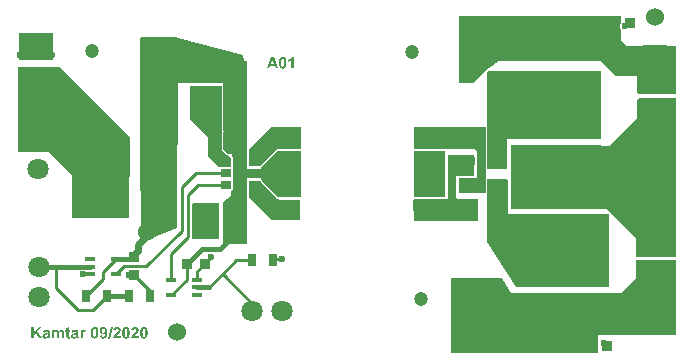
<source format=gtl>
G04 Layer_Physical_Order=1*
G04 Layer_Color=25308*
%FSLAX44Y44*%
%MOMM*%
G71*
G01*
G75*
G04:AMPARAMS|DCode=10|XSize=0.889mm|YSize=0.889mm|CornerRadius=0.1111mm|HoleSize=0mm|Usage=FLASHONLY|Rotation=180.000|XOffset=0mm|YOffset=0mm|HoleType=Round|Shape=RoundedRectangle|*
%AMROUNDEDRECTD10*
21,1,0.8890,0.6667,0,0,180.0*
21,1,0.6667,0.8890,0,0,180.0*
1,1,0.2223,-0.3334,0.3334*
1,1,0.2223,0.3334,0.3334*
1,1,0.2223,0.3334,-0.3334*
1,1,0.2223,-0.3334,-0.3334*
%
%ADD10ROUNDEDRECTD10*%
%ADD11R,1.7000X1.6000*%
%ADD12R,4.0000X1.0000*%
%ADD13R,2.8000X1.5000*%
%ADD14R,1.3500X0.6500*%
%ADD15R,0.9000X0.4000*%
G04:AMPARAMS|DCode=16|XSize=0.889mm|YSize=0.889mm|CornerRadius=0.1111mm|HoleSize=0mm|Usage=FLASHONLY|Rotation=90.000|XOffset=0mm|YOffset=0mm|HoleType=Round|Shape=RoundedRectangle|*
%AMROUNDEDRECTD16*
21,1,0.8890,0.6667,0,0,90.0*
21,1,0.6667,0.8890,0,0,90.0*
1,1,0.2223,0.3334,0.3334*
1,1,0.2223,0.3334,-0.3334*
1,1,0.2223,-0.3334,-0.3334*
1,1,0.2223,-0.3334,0.3334*
%
%ADD16ROUNDEDRECTD16*%
%ADD17R,0.7620X1.1000*%
%ADD18R,1.0000X4.0000*%
%ADD19R,0.9000X0.6500*%
%ADD20R,1.5000X2.8000*%
%ADD21C,0.2540*%
%ADD22C,0.6000*%
%ADD23C,0.4000*%
%ADD24C,1.8000*%
%ADD25C,1.2000*%
%ADD26C,1.5240*%
%ADD27C,0.6000*%
G36*
X526971Y1016000D02*
X525096D01*
Y1023063D01*
X525082Y1023048D01*
X525054Y1023020D01*
X524997Y1022978D01*
X524913Y1022907D01*
X524814Y1022823D01*
X524701Y1022738D01*
X524560Y1022640D01*
X524405Y1022527D01*
X524236Y1022414D01*
X524053Y1022301D01*
X523855Y1022175D01*
X523644Y1022062D01*
X523193Y1021850D01*
X522685Y1021653D01*
Y1023344D01*
X522699D01*
X522714Y1023359D01*
X522756Y1023373D01*
X522812Y1023387D01*
X522953Y1023457D01*
X523150Y1023542D01*
X523390Y1023655D01*
X523658Y1023810D01*
X523954Y1024007D01*
X524264Y1024233D01*
X524278Y1024247D01*
X524306Y1024261D01*
X524349Y1024303D01*
X524405Y1024360D01*
X524560Y1024501D01*
X524729Y1024684D01*
X524927Y1024909D01*
X525124Y1025191D01*
X525307Y1025487D01*
X525448Y1025811D01*
X526971D01*
Y1016000D01*
D02*
G37*
G36*
X366094Y797197D02*
X366207D01*
X366334Y797183D01*
X366475Y797155D01*
X366644Y797113D01*
X366813Y797070D01*
X367010Y797000D01*
X367208Y796930D01*
X367405Y796831D01*
X367617Y796718D01*
X367814Y796591D01*
X368011Y796436D01*
X368209Y796253D01*
X368392Y796056D01*
X368406Y796041D01*
X368434Y795999D01*
X368476Y795929D01*
X368547Y795830D01*
X368617Y795703D01*
X368702Y795548D01*
X368787Y795365D01*
X368871Y795153D01*
X368956Y794900D01*
X369054Y794618D01*
X369125Y794307D01*
X369195Y793969D01*
X369266Y793589D01*
X369308Y793180D01*
X369336Y792743D01*
X369350Y792263D01*
Y792249D01*
Y792235D01*
Y792193D01*
Y792151D01*
Y792010D01*
X369336Y791826D01*
X369322Y791601D01*
X369294Y791347D01*
X369266Y791079D01*
X369224Y790783D01*
X369167Y790459D01*
X369111Y790149D01*
X369026Y789825D01*
X368927Y789501D01*
X368815Y789204D01*
X368674Y788908D01*
X368533Y788641D01*
X368349Y788401D01*
X368335Y788387D01*
X368307Y788344D01*
X368251Y788288D01*
X368166Y788218D01*
X368068Y788133D01*
X367955Y788020D01*
X367814Y787922D01*
X367659Y787809D01*
X367490Y787696D01*
X367292Y787597D01*
X367081Y787499D01*
X366855Y787400D01*
X366601Y787329D01*
X366348Y787273D01*
X366080Y787231D01*
X365784Y787217D01*
X365671D01*
X365601Y787231D01*
X365502D01*
X365389Y787245D01*
X365121Y787287D01*
X364825Y787372D01*
X364529Y787470D01*
X364219Y787626D01*
X364078Y787710D01*
X363937Y787823D01*
X363923Y787837D01*
X363909Y787851D01*
X363867Y787893D01*
X363824Y787936D01*
X363768Y788006D01*
X363698Y788077D01*
X363641Y788175D01*
X363557Y788274D01*
X363486Y788401D01*
X363401Y788528D01*
X363331Y788683D01*
X363260Y788852D01*
X363190Y789021D01*
X363134Y789219D01*
X363077Y789416D01*
X363035Y789641D01*
X364839Y789853D01*
Y789825D01*
X364854Y789754D01*
X364868Y789656D01*
X364910Y789543D01*
X364952Y789402D01*
X365009Y789261D01*
X365079Y789134D01*
X365178Y789021D01*
X365192Y789007D01*
X365234Y788979D01*
X365290Y788937D01*
X365375Y788894D01*
X365488Y788852D01*
X365601Y788810D01*
X365756Y788782D01*
X365911Y788767D01*
X365939D01*
X366009Y788782D01*
X366108Y788796D01*
X366249Y788838D01*
X366404Y788894D01*
X366559Y788993D01*
X366728Y789120D01*
X366883Y789289D01*
X366898Y789317D01*
X366926Y789345D01*
X366954Y789402D01*
X366982Y789458D01*
X367024Y789543D01*
X367053Y789641D01*
X367109Y789768D01*
X367151Y789909D01*
X367194Y790064D01*
X367236Y790248D01*
X367278Y790445D01*
X367320Y790670D01*
X367349Y790924D01*
X367377Y791206D01*
X367405Y791502D01*
X367391Y791488D01*
X367377Y791474D01*
X367335Y791432D01*
X367278Y791375D01*
X367208Y791319D01*
X367123Y791248D01*
X366926Y791093D01*
X366672Y790938D01*
X366362Y790811D01*
X366193Y790755D01*
X366023Y790727D01*
X365840Y790699D01*
X365643Y790685D01*
X365530D01*
X365446Y790699D01*
X365347Y790713D01*
X365234Y790727D01*
X364966Y790797D01*
X364656Y790896D01*
X364501Y790981D01*
X364332Y791065D01*
X364163Y791164D01*
X363994Y791277D01*
X363824Y791418D01*
X363669Y791573D01*
X363655Y791587D01*
X363627Y791615D01*
X363599Y791671D01*
X363543Y791728D01*
X363472Y791826D01*
X363401Y791925D01*
X363331Y792052D01*
X363260Y792193D01*
X363176Y792348D01*
X363105Y792531D01*
X363035Y792715D01*
X362965Y792926D01*
X362908Y793138D01*
X362880Y793377D01*
X362852Y793631D01*
X362838Y793885D01*
Y793899D01*
Y793955D01*
Y794026D01*
X362852Y794138D01*
X362866Y794265D01*
X362880Y794406D01*
X362908Y794575D01*
X362950Y794744D01*
X363049Y795125D01*
X363120Y795337D01*
X363204Y795534D01*
X363303Y795731D01*
X363430Y795929D01*
X363557Y796112D01*
X363712Y796295D01*
X363726Y796309D01*
X363754Y796338D01*
X363796Y796380D01*
X363867Y796436D01*
X363965Y796507D01*
X364064Y796591D01*
X364191Y796662D01*
X364332Y796760D01*
X364473Y796845D01*
X364656Y796916D01*
X364839Y797000D01*
X365037Y797070D01*
X365248Y797127D01*
X365474Y797169D01*
X365699Y797197D01*
X365953Y797212D01*
X366023D01*
X366094Y797197D01*
D02*
G37*
G36*
X358792D02*
X358904Y797183D01*
X359045Y797155D01*
X359187Y797127D01*
X359356Y797085D01*
X359539Y797028D01*
X359708Y796958D01*
X359891Y796887D01*
X360075Y796789D01*
X360258Y796662D01*
X360441Y796535D01*
X360610Y796380D01*
X360765Y796197D01*
X360779Y796182D01*
X360808Y796140D01*
X360850Y796070D01*
X360920Y795971D01*
X360991Y795830D01*
X361076Y795661D01*
X361160Y795478D01*
X361245Y795238D01*
X361329Y794984D01*
X361428Y794688D01*
X361498Y794364D01*
X361569Y793997D01*
X361639Y793603D01*
X361682Y793180D01*
X361710Y792715D01*
X361724Y792207D01*
Y792193D01*
Y792179D01*
Y792137D01*
Y792080D01*
Y791939D01*
X361710Y791756D01*
X361696Y791530D01*
X361668Y791263D01*
X361639Y790981D01*
X361611Y790670D01*
X361555Y790346D01*
X361484Y790008D01*
X361414Y789684D01*
X361315Y789360D01*
X361216Y789035D01*
X361076Y788739D01*
X360934Y788457D01*
X360765Y788218D01*
X360751Y788204D01*
X360723Y788175D01*
X360681Y788119D01*
X360624Y788063D01*
X360540Y787992D01*
X360441Y787907D01*
X360314Y787809D01*
X360187Y787724D01*
X360032Y787626D01*
X359877Y787527D01*
X359694Y787442D01*
X359497Y787372D01*
X359285Y787315D01*
X359045Y787259D01*
X358806Y787231D01*
X358552Y787217D01*
X358496D01*
X358411Y787231D01*
X358312D01*
X358200Y787245D01*
X358059Y787273D01*
X357904Y787301D01*
X357734Y787358D01*
X357551Y787414D01*
X357368Y787485D01*
X357171Y787569D01*
X356987Y787682D01*
X356790Y787795D01*
X356607Y787950D01*
X356423Y788105D01*
X356254Y788302D01*
X356240Y788316D01*
X356212Y788359D01*
X356170Y788429D01*
X356127Y788514D01*
X356057Y788641D01*
X355987Y788796D01*
X355902Y788993D01*
X355831Y789204D01*
X355747Y789458D01*
X355662Y789740D01*
X355592Y790064D01*
X355535Y790417D01*
X355479Y790811D01*
X355437Y791248D01*
X355409Y791714D01*
X355394Y792221D01*
Y792235D01*
Y792249D01*
Y792292D01*
Y792348D01*
Y792489D01*
X355409Y792672D01*
X355423Y792898D01*
X355451Y793166D01*
X355479Y793448D01*
X355507Y793758D01*
X355564Y794082D01*
X355620Y794406D01*
X355704Y794744D01*
X355789Y795069D01*
X355902Y795379D01*
X356029Y795675D01*
X356170Y795957D01*
X356339Y796197D01*
X356353Y796211D01*
X356381Y796239D01*
X356423Y796295D01*
X356494Y796352D01*
X356564Y796436D01*
X356663Y796521D01*
X356790Y796605D01*
X356917Y796704D01*
X357072Y796803D01*
X357227Y796887D01*
X357410Y796972D01*
X357608Y797056D01*
X357819Y797113D01*
X358059Y797169D01*
X358298Y797197D01*
X358552Y797212D01*
X358693D01*
X358792Y797197D01*
D02*
G37*
G36*
X513973Y1016000D02*
X511845D01*
X510999Y1018213D01*
X507080D01*
X506276Y1016000D01*
X504190D01*
X507968Y1025755D01*
X510054D01*
X513973Y1016000D01*
D02*
G37*
G36*
X330668Y794618D02*
X330852Y794589D01*
X331063Y794547D01*
X331274Y794491D01*
X331500Y794420D01*
X331711Y794307D01*
X331740Y794293D01*
X331796Y794251D01*
X331895Y794181D01*
X332022Y794082D01*
X332148Y793941D01*
X332289Y793786D01*
X332416Y793603D01*
X332529Y793377D01*
X332543Y793363D01*
X332557Y793292D01*
X332585Y793180D01*
X332628Y793025D01*
X332670Y792827D01*
X332698Y792574D01*
X332712Y792263D01*
X332726Y791911D01*
Y787400D01*
X330852D01*
Y791432D01*
Y791446D01*
Y791474D01*
Y791530D01*
Y791601D01*
X330837Y791784D01*
X330823Y791996D01*
X330809Y792221D01*
X330767Y792447D01*
X330725Y792644D01*
X330682Y792715D01*
X330654Y792785D01*
X330640Y792799D01*
X330598Y792856D01*
X330541Y792912D01*
X330457Y792997D01*
X330344Y793067D01*
X330203Y793138D01*
X330034Y793180D01*
X329851Y793194D01*
X329780D01*
X329710Y793180D01*
X329611Y793166D01*
X329498Y793138D01*
X329371Y793095D01*
X329230Y793039D01*
X329104Y792954D01*
X329089Y792940D01*
X329047Y792912D01*
X328991Y792856D01*
X328920Y792771D01*
X328836Y792672D01*
X328751Y792560D01*
X328681Y792419D01*
X328610Y792249D01*
Y792221D01*
X328582Y792165D01*
X328568Y792052D01*
X328540Y791897D01*
X328511Y791685D01*
X328497Y791432D01*
X328469Y791136D01*
Y790783D01*
Y787400D01*
X326594D01*
Y791263D01*
Y791277D01*
Y791305D01*
Y791361D01*
Y791432D01*
Y791601D01*
X326580Y791812D01*
X326566Y792038D01*
X326552Y792249D01*
X326524Y792447D01*
X326496Y792531D01*
X326481Y792588D01*
Y792602D01*
X326467Y792644D01*
X326439Y792701D01*
X326411Y792757D01*
X326312Y792912D01*
X326242Y792982D01*
X326171Y793039D01*
X326157Y793053D01*
X326129Y793067D01*
X326087Y793095D01*
X326030Y793123D01*
X325946Y793152D01*
X325847Y793166D01*
X325734Y793194D01*
X325537D01*
X325452Y793180D01*
X325354Y793166D01*
X325227Y793138D01*
X325100Y793095D01*
X324973Y793039D01*
X324832Y792954D01*
X324818Y792940D01*
X324776Y792912D01*
X324719Y792856D01*
X324649Y792785D01*
X324564Y792686D01*
X324480Y792574D01*
X324409Y792433D01*
X324339Y792278D01*
Y792263D01*
X324310Y792193D01*
X324296Y792080D01*
X324268Y791939D01*
X324240Y791728D01*
X324226Y791488D01*
X324198Y791178D01*
Y790826D01*
Y787400D01*
X322323D01*
Y794477D01*
X324043D01*
Y793504D01*
X324057Y793518D01*
X324085Y793546D01*
X324141Y793603D01*
X324212Y793687D01*
X324296Y793772D01*
X324395Y793856D01*
X324522Y793969D01*
X324663Y794068D01*
X324818Y794167D01*
X324987Y794279D01*
X325354Y794463D01*
X325565Y794533D01*
X325777Y794589D01*
X326002Y794618D01*
X326242Y794632D01*
X326355D01*
X326481Y794618D01*
X326637Y794604D01*
X326820Y794561D01*
X327017Y794519D01*
X327215Y794448D01*
X327412Y794350D01*
X327440Y794336D01*
X327496Y794293D01*
X327595Y794237D01*
X327708Y794138D01*
X327835Y794012D01*
X327976Y793870D01*
X328117Y793687D01*
X328244Y793490D01*
X328272Y793518D01*
X328328Y793589D01*
X328413Y793687D01*
X328540Y793814D01*
X328695Y793955D01*
X328864Y794096D01*
X329047Y794237D01*
X329244Y794350D01*
X329273Y794364D01*
X329343Y794392D01*
X329456Y794434D01*
X329597Y794491D01*
X329766Y794547D01*
X329963Y794589D01*
X330175Y794618D01*
X330400Y794632D01*
X330527D01*
X330668Y794618D01*
D02*
G37*
G36*
X350193D02*
X350348Y794589D01*
X350545Y794547D01*
X350756Y794477D01*
X350968Y794392D01*
X351194Y794265D01*
X350601Y792644D01*
X350587Y792658D01*
X350517Y792686D01*
X350432Y792743D01*
X350320Y792799D01*
X350178Y792856D01*
X350037Y792912D01*
X349883Y792940D01*
X349727Y792954D01*
X349671D01*
X349586Y792940D01*
X349502Y792926D01*
X349403Y792898D01*
X349290Y792856D01*
X349178Y792799D01*
X349065Y792729D01*
X349051Y792715D01*
X349022Y792686D01*
X348966Y792630D01*
X348910Y792545D01*
X348839Y792447D01*
X348769Y792306D01*
X348698Y792137D01*
X348642Y791939D01*
Y791911D01*
X348628Y791869D01*
X348614Y791826D01*
Y791756D01*
X348600Y791671D01*
X348586Y791559D01*
X348571Y791432D01*
X348557Y791291D01*
X348543Y791107D01*
X348529Y790924D01*
Y790699D01*
X348515Y790459D01*
X348501Y790191D01*
Y789895D01*
Y789571D01*
Y787400D01*
X346626D01*
Y794477D01*
X348360D01*
Y793476D01*
X348374Y793490D01*
X348430Y793575D01*
X348515Y793701D01*
X348628Y793856D01*
X348741Y794012D01*
X348882Y794167D01*
X349008Y794307D01*
X349149Y794406D01*
X349164Y794420D01*
X349206Y794448D01*
X349290Y794477D01*
X349389Y794519D01*
X349502Y794561D01*
X349643Y794604D01*
X349784Y794618D01*
X349953Y794632D01*
X350066D01*
X350193Y794618D01*
D02*
G37*
G36*
X309988Y793349D02*
X313865Y787400D01*
X311313D01*
X308620Y791982D01*
X307028Y790346D01*
Y787400D01*
X305054D01*
Y797155D01*
X307028D01*
Y792813D01*
X311031Y797155D01*
X313681D01*
X309988Y793349D01*
D02*
G37*
G36*
X385336Y797197D02*
X385449Y797183D01*
X385590Y797155D01*
X385731Y797127D01*
X385900Y797085D01*
X386084Y797028D01*
X386253Y796958D01*
X386436Y796887D01*
X386619Y796789D01*
X386802Y796662D01*
X386986Y796535D01*
X387155Y796380D01*
X387310Y796197D01*
X387324Y796182D01*
X387352Y796140D01*
X387395Y796070D01*
X387465Y795971D01*
X387536Y795830D01*
X387620Y795661D01*
X387705Y795478D01*
X387789Y795238D01*
X387874Y794984D01*
X387973Y794688D01*
X388043Y794364D01*
X388114Y793997D01*
X388184Y793603D01*
X388226Y793180D01*
X388255Y792715D01*
X388269Y792207D01*
Y792193D01*
Y792179D01*
Y792137D01*
Y792080D01*
Y791939D01*
X388255Y791756D01*
X388240Y791530D01*
X388212Y791263D01*
X388184Y790981D01*
X388156Y790670D01*
X388099Y790346D01*
X388029Y790008D01*
X387958Y789684D01*
X387860Y789360D01*
X387761Y789035D01*
X387620Y788739D01*
X387479Y788457D01*
X387310Y788218D01*
X387296Y788204D01*
X387268Y788175D01*
X387225Y788119D01*
X387169Y788063D01*
X387084Y787992D01*
X386986Y787907D01*
X386859Y787809D01*
X386732Y787724D01*
X386577Y787626D01*
X386422Y787527D01*
X386239Y787442D01*
X386041Y787372D01*
X385830Y787315D01*
X385590Y787259D01*
X385350Y787231D01*
X385097Y787217D01*
X385040D01*
X384956Y787231D01*
X384857D01*
X384744Y787245D01*
X384603Y787273D01*
X384448Y787301D01*
X384279Y787358D01*
X384096Y787414D01*
X383913Y787485D01*
X383715Y787569D01*
X383532Y787682D01*
X383335Y787795D01*
X383151Y787950D01*
X382968Y788105D01*
X382799Y788302D01*
X382785Y788316D01*
X382757Y788359D01*
X382714Y788429D01*
X382672Y788514D01*
X382602Y788641D01*
X382531Y788796D01*
X382447Y788993D01*
X382376Y789204D01*
X382291Y789458D01*
X382207Y789740D01*
X382136Y790064D01*
X382080Y790417D01*
X382024Y790811D01*
X381981Y791248D01*
X381953Y791714D01*
X381939Y792221D01*
Y792235D01*
Y792249D01*
Y792292D01*
Y792348D01*
Y792489D01*
X381953Y792672D01*
X381967Y792898D01*
X381995Y793166D01*
X382024Y793448D01*
X382052Y793758D01*
X382108Y794082D01*
X382165Y794406D01*
X382249Y794744D01*
X382334Y795069D01*
X382447Y795379D01*
X382573Y795675D01*
X382714Y795957D01*
X382883Y796197D01*
X382898Y796211D01*
X382926Y796239D01*
X382968Y796295D01*
X383039Y796352D01*
X383109Y796436D01*
X383208Y796521D01*
X383335Y796605D01*
X383461Y796704D01*
X383617Y796803D01*
X383772Y796887D01*
X383955Y796972D01*
X384152Y797056D01*
X384364Y797113D01*
X384603Y797169D01*
X384843Y797197D01*
X385097Y797212D01*
X385238D01*
X385336Y797197D01*
D02*
G37*
G36*
X336547Y794477D02*
X337830D01*
Y792982D01*
X336547D01*
Y790121D01*
Y790107D01*
Y790078D01*
Y790036D01*
Y789980D01*
Y789839D01*
Y789670D01*
X336561Y789501D01*
Y789331D01*
Y789204D01*
X336575Y789148D01*
Y789120D01*
X336589Y789092D01*
X336617Y789035D01*
X336660Y788965D01*
X336744Y788880D01*
X336772Y788866D01*
X336829Y788838D01*
X336927Y788810D01*
X337054Y788796D01*
X337111D01*
X337167Y788810D01*
X337252Y788824D01*
X337364Y788838D01*
X337491Y788866D01*
X337646Y788908D01*
X337815Y788965D01*
X337985Y787513D01*
X337971D01*
X337956Y787499D01*
X337872Y787470D01*
X337731Y787428D01*
X337548Y787386D01*
X337336Y787329D01*
X337082Y787287D01*
X336800Y787259D01*
X336504Y787245D01*
X336420D01*
X336321Y787259D01*
X336194Y787273D01*
X336053Y787287D01*
X335898Y787315D01*
X335743Y787358D01*
X335588Y787414D01*
X335574Y787428D01*
X335518Y787442D01*
X335447Y787485D01*
X335363Y787527D01*
X335165Y787668D01*
X335066Y787752D01*
X334982Y787851D01*
X334968Y787865D01*
X334954Y787907D01*
X334925Y787964D01*
X334883Y788048D01*
X334841Y788147D01*
X334799Y788274D01*
X334756Y788415D01*
X334728Y788570D01*
Y788584D01*
X334714Y788641D01*
Y788725D01*
X334700Y788866D01*
X334686Y789049D01*
Y789275D01*
X334672Y789402D01*
Y789557D01*
Y789712D01*
Y789895D01*
Y792982D01*
X333812D01*
Y794477D01*
X334672D01*
Y795886D01*
X336547Y796986D01*
Y794477D01*
D02*
G37*
G36*
X371352Y787231D02*
X369971D01*
X372381Y797324D01*
X373791D01*
X371352Y787231D01*
D02*
G37*
G36*
X400505Y797197D02*
X400618Y797183D01*
X400759Y797155D01*
X400900Y797127D01*
X401069Y797085D01*
X401252Y797028D01*
X401421Y796958D01*
X401604Y796887D01*
X401788Y796789D01*
X401971Y796662D01*
X402154Y796535D01*
X402323Y796380D01*
X402478Y796197D01*
X402492Y796182D01*
X402521Y796140D01*
X402563Y796070D01*
X402633Y795971D01*
X402704Y795830D01*
X402789Y795661D01*
X402873Y795478D01*
X402958Y795238D01*
X403042Y794984D01*
X403141Y794688D01*
X403211Y794364D01*
X403282Y793997D01*
X403352Y793603D01*
X403395Y793180D01*
X403423Y792715D01*
X403437Y792207D01*
Y792193D01*
Y792179D01*
Y792137D01*
Y792080D01*
Y791939D01*
X403423Y791756D01*
X403409Y791530D01*
X403381Y791263D01*
X403352Y790981D01*
X403324Y790670D01*
X403268Y790346D01*
X403197Y790008D01*
X403127Y789684D01*
X403028Y789360D01*
X402929Y789035D01*
X402789Y788739D01*
X402648Y788457D01*
X402478Y788218D01*
X402464Y788204D01*
X402436Y788175D01*
X402394Y788119D01*
X402337Y788063D01*
X402253Y787992D01*
X402154Y787907D01*
X402027Y787809D01*
X401900Y787724D01*
X401745Y787626D01*
X401590Y787527D01*
X401407Y787442D01*
X401210Y787372D01*
X400998Y787315D01*
X400759Y787259D01*
X400519Y787231D01*
X400265Y787217D01*
X400209D01*
X400124Y787231D01*
X400025D01*
X399913Y787245D01*
X399772Y787273D01*
X399617Y787301D01*
X399448Y787358D01*
X399264Y787414D01*
X399081Y787485D01*
X398884Y787569D01*
X398700Y787682D01*
X398503Y787795D01*
X398320Y787950D01*
X398136Y788105D01*
X397967Y788302D01*
X397953Y788316D01*
X397925Y788359D01*
X397883Y788429D01*
X397840Y788514D01*
X397770Y788641D01*
X397700Y788796D01*
X397615Y788993D01*
X397544Y789204D01*
X397460Y789458D01*
X397375Y789740D01*
X397305Y790064D01*
X397248Y790417D01*
X397192Y790811D01*
X397150Y791248D01*
X397122Y791714D01*
X397107Y792221D01*
Y792235D01*
Y792249D01*
Y792292D01*
Y792348D01*
Y792489D01*
X397122Y792672D01*
X397136Y792898D01*
X397164Y793166D01*
X397192Y793448D01*
X397220Y793758D01*
X397277Y794082D01*
X397333Y794406D01*
X397417Y794744D01*
X397502Y795069D01*
X397615Y795379D01*
X397742Y795675D01*
X397883Y795957D01*
X398052Y796197D01*
X398066Y796211D01*
X398094Y796239D01*
X398136Y796295D01*
X398207Y796352D01*
X398278Y796436D01*
X398376Y796521D01*
X398503Y796605D01*
X398630Y796704D01*
X398785Y796803D01*
X398940Y796887D01*
X399123Y796972D01*
X399321Y797056D01*
X399532Y797113D01*
X399772Y797169D01*
X400011Y797197D01*
X400265Y797212D01*
X400406D01*
X400505Y797197D01*
D02*
G37*
G36*
X317939Y794618D02*
X318051D01*
X318333Y794589D01*
X318629Y794561D01*
X318939Y794505D01*
X319236Y794420D01*
X319363Y794378D01*
X319489Y794322D01*
X319503D01*
X319517Y794307D01*
X319588Y794265D01*
X319701Y794209D01*
X319828Y794124D01*
X319983Y794012D01*
X320124Y793885D01*
X320251Y793730D01*
X320363Y793575D01*
X320377Y793546D01*
X320406Y793490D01*
X320448Y793363D01*
X320462Y793292D01*
X320490Y793194D01*
X320518Y793095D01*
X320532Y792968D01*
X320561Y792827D01*
X320575Y792672D01*
X320589Y792503D01*
X320603Y792320D01*
X320617Y792122D01*
Y791897D01*
X320589Y789712D01*
Y789698D01*
Y789670D01*
Y789627D01*
Y789557D01*
Y789388D01*
X320603Y789190D01*
Y788965D01*
X320631Y788739D01*
X320645Y788514D01*
X320673Y788330D01*
Y788316D01*
X320688Y788260D01*
X320716Y788161D01*
X320744Y788048D01*
X320800Y787907D01*
X320857Y787752D01*
X320927Y787583D01*
X321012Y787400D01*
X319165D01*
Y787414D01*
X319151Y787428D01*
X319137Y787485D01*
X319109Y787541D01*
X319081Y787611D01*
X319052Y787710D01*
X319024Y787823D01*
X318982Y787950D01*
Y787964D01*
X318968Y787978D01*
X318954Y788034D01*
X318925Y788105D01*
X318911Y788161D01*
X318883Y788147D01*
X318827Y788091D01*
X318728Y788006D01*
X318601Y787907D01*
X318446Y787795D01*
X318277Y787668D01*
X318080Y787569D01*
X317882Y787470D01*
X317854Y787456D01*
X317784Y787442D01*
X317671Y787400D01*
X317530Y787358D01*
X317361Y787315D01*
X317163Y787287D01*
X316938Y787259D01*
X316712Y787245D01*
X316614D01*
X316529Y787259D01*
X316444D01*
X316332Y787273D01*
X316092Y787315D01*
X315810Y787386D01*
X315528Y787485D01*
X315246Y787626D01*
X314992Y787823D01*
Y787837D01*
X314964Y787851D01*
X314894Y787936D01*
X314795Y788063D01*
X314682Y788232D01*
X314569Y788443D01*
X314471Y788697D01*
X314400Y788993D01*
X314386Y789148D01*
X314372Y789317D01*
Y789345D01*
Y789416D01*
X314386Y789529D01*
X314414Y789670D01*
X314443Y789839D01*
X314485Y790008D01*
X314555Y790191D01*
X314654Y790375D01*
X314668Y790403D01*
X314710Y790459D01*
X314767Y790544D01*
X314865Y790642D01*
X314964Y790755D01*
X315105Y790882D01*
X315260Y790995D01*
X315443Y791093D01*
X315472Y791107D01*
X315542Y791136D01*
X315655Y791178D01*
X315824Y791248D01*
X316036Y791319D01*
X316289Y791389D01*
X316599Y791460D01*
X316938Y791530D01*
X316952D01*
X316994Y791544D01*
X317065Y791559D01*
X317149Y791573D01*
X317262Y791587D01*
X317389Y791615D01*
X317671Y791685D01*
X317967Y791756D01*
X318277Y791826D01*
X318545Y791911D01*
X318672Y791953D01*
X318770Y791996D01*
Y792179D01*
Y792207D01*
Y792263D01*
X318756Y792362D01*
X318742Y792489D01*
X318700Y792616D01*
X318658Y792743D01*
X318587Y792856D01*
X318488Y792954D01*
X318474Y792968D01*
X318432Y792997D01*
X318362Y793025D01*
X318263Y793081D01*
X318122Y793123D01*
X317953Y793152D01*
X317741Y793180D01*
X317488Y793194D01*
X317403D01*
X317318Y793180D01*
X317206Y793166D01*
X317079Y793138D01*
X316938Y793109D01*
X316811Y793053D01*
X316698Y792982D01*
X316684Y792968D01*
X316656Y792940D01*
X316599Y792898D01*
X316543Y792827D01*
X316458Y792729D01*
X316388Y792602D01*
X316318Y792461D01*
X316247Y792292D01*
X314569Y792602D01*
Y792616D01*
X314584Y792644D01*
X314598Y792701D01*
X314626Y792771D01*
X314654Y792856D01*
X314696Y792954D01*
X314795Y793180D01*
X314936Y793419D01*
X315105Y793673D01*
X315303Y793913D01*
X315542Y794124D01*
X315556D01*
X315570Y794153D01*
X315613Y794167D01*
X315669Y794209D01*
X315754Y794237D01*
X315838Y794279D01*
X315951Y794336D01*
X316064Y794378D01*
X316205Y794420D01*
X316360Y794477D01*
X316529Y794519D01*
X316726Y794547D01*
X316924Y794589D01*
X317149Y794604D01*
X317375Y794632D01*
X317840D01*
X317939Y794618D01*
D02*
G37*
G36*
X392977Y797197D02*
X393104Y797183D01*
X393245Y797169D01*
X393400Y797141D01*
X393569Y797113D01*
X393936Y797014D01*
X394302Y796873D01*
X394500Y796789D01*
X394669Y796690D01*
X394852Y796563D01*
X395007Y796422D01*
X395021Y796408D01*
X395049Y796394D01*
X395077Y796338D01*
X395134Y796281D01*
X395204Y796211D01*
X395275Y796112D01*
X395345Y796013D01*
X395430Y795886D01*
X395571Y795604D01*
X395712Y795280D01*
X395768Y795097D01*
X395796Y794900D01*
X395825Y794688D01*
X395839Y794477D01*
Y794448D01*
Y794364D01*
X395825Y794237D01*
X395811Y794082D01*
X395782Y793885D01*
X395740Y793673D01*
X395684Y793448D01*
X395599Y793222D01*
X395585Y793194D01*
X395557Y793123D01*
X395500Y792997D01*
X395416Y792841D01*
X395317Y792658D01*
X395190Y792447D01*
X395035Y792221D01*
X394852Y791982D01*
X394838Y791967D01*
X394781Y791897D01*
X394697Y791798D01*
X394570Y791657D01*
X394401Y791488D01*
X394189Y791263D01*
X393936Y791023D01*
X393625Y790727D01*
X393611Y790713D01*
X393583Y790699D01*
X393541Y790656D01*
X393484Y790600D01*
X393329Y790459D01*
X393146Y790290D01*
X392963Y790107D01*
X392780Y789923D01*
X392611Y789768D01*
X392554Y789698D01*
X392498Y789641D01*
X392484Y789627D01*
X392455Y789599D01*
X392413Y789543D01*
X392357Y789472D01*
X392230Y789317D01*
X392117Y789134D01*
X395839D01*
Y787400D01*
X389284D01*
Y787414D01*
Y787442D01*
X389298Y787499D01*
X389312Y787569D01*
X389326Y787654D01*
X389340Y787752D01*
X389396Y788006D01*
X389481Y788288D01*
X389594Y788598D01*
X389735Y788937D01*
X389918Y789261D01*
Y789275D01*
X389946Y789303D01*
X389974Y789360D01*
X390031Y789416D01*
X390087Y789514D01*
X390172Y789613D01*
X390270Y789740D01*
X390383Y789881D01*
X390510Y790050D01*
X390665Y790219D01*
X390834Y790417D01*
X391032Y790628D01*
X391243Y790840D01*
X391483Y791079D01*
X391736Y791333D01*
X392018Y791601D01*
X392033Y791615D01*
X392075Y791657D01*
X392131Y791714D01*
X392216Y791798D01*
X392328Y791883D01*
X392441Y791996D01*
X392695Y792249D01*
X392949Y792517D01*
X393203Y792785D01*
X393315Y792898D01*
X393428Y793025D01*
X393513Y793123D01*
X393569Y793208D01*
X393583Y793236D01*
X393625Y793307D01*
X393696Y793419D01*
X393766Y793575D01*
X393837Y793744D01*
X393907Y793941D01*
X393950Y794138D01*
X393964Y794350D01*
Y794364D01*
Y794378D01*
Y794448D01*
X393950Y794575D01*
X393922Y794716D01*
X393879Y794871D01*
X393823Y795026D01*
X393738Y795182D01*
X393625Y795322D01*
X393611Y795337D01*
X393569Y795379D01*
X393484Y795435D01*
X393386Y795492D01*
X393245Y795548D01*
X393090Y795604D01*
X392906Y795647D01*
X392695Y795661D01*
X392596D01*
X392484Y795647D01*
X392357Y795619D01*
X392202Y795576D01*
X392047Y795506D01*
X391892Y795421D01*
X391751Y795308D01*
X391736Y795294D01*
X391694Y795238D01*
X391638Y795153D01*
X391581Y795026D01*
X391511Y794871D01*
X391455Y794660D01*
X391398Y794420D01*
X391370Y794138D01*
X389509Y794322D01*
Y794336D01*
X389523Y794392D01*
Y794463D01*
X389551Y794575D01*
X389566Y794702D01*
X389608Y794843D01*
X389650Y794998D01*
X389692Y795182D01*
X389833Y795534D01*
X390003Y795900D01*
X390115Y796084D01*
X390242Y796253D01*
X390383Y796394D01*
X390538Y796535D01*
X390552Y796549D01*
X390580Y796563D01*
X390623Y796591D01*
X390693Y796648D01*
X390778Y796690D01*
X390891Y796746D01*
X391003Y796817D01*
X391144Y796873D01*
X391299Y796944D01*
X391469Y797000D01*
X391835Y797113D01*
X392272Y797183D01*
X392498Y797197D01*
X392737Y797212D01*
X392878D01*
X392977Y797197D01*
D02*
G37*
G36*
X377809D02*
X377935Y797183D01*
X378077Y797169D01*
X378232Y797141D01*
X378401Y797113D01*
X378767Y797014D01*
X379134Y796873D01*
X379331Y796789D01*
X379500Y796690D01*
X379683Y796563D01*
X379839Y796422D01*
X379853Y796408D01*
X379881Y796394D01*
X379909Y796338D01*
X379966Y796281D01*
X380036Y796211D01*
X380106Y796112D01*
X380177Y796013D01*
X380261Y795886D01*
X380402Y795604D01*
X380543Y795280D01*
X380600Y795097D01*
X380628Y794900D01*
X380656Y794688D01*
X380670Y794477D01*
Y794448D01*
Y794364D01*
X380656Y794237D01*
X380642Y794082D01*
X380614Y793885D01*
X380572Y793673D01*
X380515Y793448D01*
X380431Y793222D01*
X380417Y793194D01*
X380388Y793123D01*
X380332Y792997D01*
X380247Y792841D01*
X380149Y792658D01*
X380022Y792447D01*
X379867Y792221D01*
X379683Y791982D01*
X379669Y791967D01*
X379613Y791897D01*
X379529Y791798D01*
X379402Y791657D01*
X379232Y791488D01*
X379021Y791263D01*
X378767Y791023D01*
X378457Y790727D01*
X378443Y790713D01*
X378415Y790699D01*
X378372Y790656D01*
X378316Y790600D01*
X378161Y790459D01*
X377978Y790290D01*
X377794Y790107D01*
X377611Y789923D01*
X377442Y789768D01*
X377386Y789698D01*
X377329Y789641D01*
X377315Y789627D01*
X377287Y789599D01*
X377245Y789543D01*
X377188Y789472D01*
X377062Y789317D01*
X376949Y789134D01*
X380670D01*
Y787400D01*
X374115D01*
Y787414D01*
Y787442D01*
X374129Y787499D01*
X374143Y787569D01*
X374157Y787654D01*
X374172Y787752D01*
X374228Y788006D01*
X374313Y788288D01*
X374425Y788598D01*
X374566Y788937D01*
X374750Y789261D01*
Y789275D01*
X374778Y789303D01*
X374806Y789360D01*
X374862Y789416D01*
X374919Y789514D01*
X375003Y789613D01*
X375102Y789740D01*
X375215Y789881D01*
X375342Y790050D01*
X375497Y790219D01*
X375666Y790417D01*
X375863Y790628D01*
X376075Y790840D01*
X376314Y791079D01*
X376568Y791333D01*
X376850Y791601D01*
X376864Y791615D01*
X376906Y791657D01*
X376963Y791714D01*
X377047Y791798D01*
X377160Y791883D01*
X377273Y791996D01*
X377527Y792249D01*
X377780Y792517D01*
X378034Y792785D01*
X378147Y792898D01*
X378260Y793025D01*
X378344Y793123D01*
X378401Y793208D01*
X378415Y793236D01*
X378457Y793307D01*
X378528Y793419D01*
X378598Y793575D01*
X378669Y793744D01*
X378739Y793941D01*
X378781Y794138D01*
X378795Y794350D01*
Y794364D01*
Y794378D01*
Y794448D01*
X378781Y794575D01*
X378753Y794716D01*
X378711Y794871D01*
X378654Y795026D01*
X378570Y795182D01*
X378457Y795322D01*
X378443Y795337D01*
X378401Y795379D01*
X378316Y795435D01*
X378217Y795492D01*
X378077Y795548D01*
X377921Y795604D01*
X377738Y795647D01*
X377527Y795661D01*
X377428D01*
X377315Y795647D01*
X377188Y795619D01*
X377033Y795576D01*
X376878Y795506D01*
X376723Y795421D01*
X376582Y795308D01*
X376568Y795294D01*
X376526Y795238D01*
X376469Y795153D01*
X376413Y795026D01*
X376343Y794871D01*
X376286Y794660D01*
X376230Y794420D01*
X376202Y794138D01*
X374341Y794322D01*
Y794336D01*
X374355Y794392D01*
Y794463D01*
X374383Y794575D01*
X374397Y794702D01*
X374439Y794843D01*
X374482Y794998D01*
X374524Y795182D01*
X374665Y795534D01*
X374834Y795900D01*
X374947Y796084D01*
X375074Y796253D01*
X375215Y796394D01*
X375370Y796535D01*
X375384Y796549D01*
X375412Y796563D01*
X375454Y796591D01*
X375525Y796648D01*
X375610Y796690D01*
X375722Y796746D01*
X375835Y796817D01*
X375976Y796873D01*
X376131Y796944D01*
X376300Y797000D01*
X376667Y797113D01*
X377104Y797183D01*
X377329Y797197D01*
X377569Y797212D01*
X377710D01*
X377809Y797197D01*
D02*
G37*
G36*
X342186Y794618D02*
X342298D01*
X342580Y794589D01*
X342876Y794561D01*
X343186Y794505D01*
X343482Y794420D01*
X343609Y794378D01*
X343736Y794322D01*
X343750D01*
X343764Y794307D01*
X343835Y794265D01*
X343948Y794209D01*
X344075Y794124D01*
X344230Y794012D01*
X344370Y793885D01*
X344497Y793730D01*
X344610Y793575D01*
X344624Y793546D01*
X344652Y793490D01*
X344695Y793363D01*
X344709Y793292D01*
X344737Y793194D01*
X344765Y793095D01*
X344779Y792968D01*
X344808Y792827D01*
X344822Y792672D01*
X344836Y792503D01*
X344850Y792320D01*
X344864Y792122D01*
Y791897D01*
X344836Y789712D01*
Y789698D01*
Y789670D01*
Y789627D01*
Y789557D01*
Y789388D01*
X344850Y789190D01*
Y788965D01*
X344878Y788739D01*
X344892Y788514D01*
X344920Y788330D01*
Y788316D01*
X344934Y788260D01*
X344963Y788161D01*
X344991Y788048D01*
X345047Y787907D01*
X345104Y787752D01*
X345174Y787583D01*
X345259Y787400D01*
X343412D01*
Y787414D01*
X343398Y787428D01*
X343384Y787485D01*
X343355Y787541D01*
X343327Y787611D01*
X343299Y787710D01*
X343271Y787823D01*
X343229Y787950D01*
Y787964D01*
X343215Y787978D01*
X343200Y788034D01*
X343172Y788105D01*
X343158Y788161D01*
X343130Y788147D01*
X343074Y788091D01*
X342975Y788006D01*
X342848Y787907D01*
X342693Y787795D01*
X342524Y787668D01*
X342327Y787569D01*
X342129Y787470D01*
X342101Y787456D01*
X342030Y787442D01*
X341918Y787400D01*
X341777Y787358D01*
X341608Y787315D01*
X341410Y787287D01*
X341185Y787259D01*
X340959Y787245D01*
X340860D01*
X340776Y787259D01*
X340691D01*
X340578Y787273D01*
X340339Y787315D01*
X340057Y787386D01*
X339775Y787485D01*
X339493Y787626D01*
X339239Y787823D01*
Y787837D01*
X339211Y787851D01*
X339141Y787936D01*
X339042Y788063D01*
X338929Y788232D01*
X338816Y788443D01*
X338718Y788697D01*
X338647Y788993D01*
X338633Y789148D01*
X338619Y789317D01*
Y789345D01*
Y789416D01*
X338633Y789529D01*
X338661Y789670D01*
X338689Y789839D01*
X338732Y790008D01*
X338802Y790191D01*
X338901Y790375D01*
X338915Y790403D01*
X338957Y790459D01*
X339014Y790544D01*
X339112Y790642D01*
X339211Y790755D01*
X339352Y790882D01*
X339507Y790995D01*
X339690Y791093D01*
X339719Y791107D01*
X339789Y791136D01*
X339902Y791178D01*
X340071Y791248D01*
X340282Y791319D01*
X340536Y791389D01*
X340846Y791460D01*
X341185Y791530D01*
X341199D01*
X341241Y791544D01*
X341311Y791559D01*
X341396Y791573D01*
X341509Y791587D01*
X341636Y791615D01*
X341918Y791685D01*
X342214Y791756D01*
X342524Y791826D01*
X342792Y791911D01*
X342919Y791953D01*
X343017Y791996D01*
Y792179D01*
Y792207D01*
Y792263D01*
X343003Y792362D01*
X342989Y792489D01*
X342947Y792616D01*
X342904Y792743D01*
X342834Y792856D01*
X342735Y792954D01*
X342721Y792968D01*
X342679Y792997D01*
X342608Y793025D01*
X342510Y793081D01*
X342369Y793123D01*
X342200Y793152D01*
X341988Y793180D01*
X341734Y793194D01*
X341650D01*
X341565Y793180D01*
X341452Y793166D01*
X341326Y793138D01*
X341185Y793109D01*
X341058Y793053D01*
X340945Y792982D01*
X340931Y792968D01*
X340903Y792940D01*
X340846Y792898D01*
X340790Y792827D01*
X340705Y792729D01*
X340635Y792602D01*
X340564Y792461D01*
X340494Y792292D01*
X338816Y792602D01*
Y792616D01*
X338830Y792644D01*
X338844Y792701D01*
X338873Y792771D01*
X338901Y792856D01*
X338943Y792954D01*
X339042Y793180D01*
X339183Y793419D01*
X339352Y793673D01*
X339549Y793913D01*
X339789Y794124D01*
X339803D01*
X339817Y794153D01*
X339860Y794167D01*
X339916Y794209D01*
X340000Y794237D01*
X340085Y794279D01*
X340198Y794336D01*
X340311Y794378D01*
X340452Y794420D01*
X340607Y794477D01*
X340776Y794519D01*
X340973Y794547D01*
X341171Y794589D01*
X341396Y794604D01*
X341622Y794632D01*
X342087D01*
X342186Y794618D01*
D02*
G37*
G36*
X850900Y789940D02*
X784860D01*
Y774700D01*
X660400D01*
Y838200D01*
X703580D01*
X711200Y825500D01*
X803910D01*
X816610Y838200D01*
Y850900D01*
Y853440D01*
X850900D01*
Y789940D01*
D02*
G37*
G36*
X787400Y956954D02*
X786502Y956056D01*
X707390Y956056D01*
X707390Y931808D01*
X706492Y930910D01*
X690985Y930910D01*
Y949960D01*
Y966470D01*
X690880Y966723D01*
X690880Y1013070D01*
X691778Y1013968D01*
X787400D01*
X787400Y956954D01*
D02*
G37*
G36*
X466239Y964116D02*
X466293Y963986D01*
X466266Y963848D01*
X466502Y962660D01*
X466266Y961472D01*
X466293Y961334D01*
X466239Y961204D01*
X466239Y947420D01*
X466239Y947420D01*
X466642Y946448D01*
X470452Y942638D01*
X471424Y942235D01*
X471424Y942235D01*
X471529D01*
X473964Y939800D01*
Y932180D01*
X463804D01*
X454914Y941070D01*
Y948690D01*
Y957580D01*
X453644Y958850D01*
X439674Y972820D01*
Y1000760D01*
X466239D01*
X466239Y964116D01*
D02*
G37*
G36*
X428952Y1042075D02*
X483870Y1027430D01*
X484672Y1022350D01*
X487680D01*
X487680Y930910D01*
X499364D01*
X500634Y933450D01*
X513334Y946150D01*
X533400Y946150D01*
Y907678D01*
X532502Y906780D01*
X513334Y906780D01*
X500634Y920750D01*
X499364Y923290D01*
X487934D01*
Y923193D01*
X487817Y922138D01*
X487816Y922129D01*
X487814Y922120D01*
Y922120D01*
X487814Y922120D01*
X487814Y922120D01*
Y922119D01*
X487814Y922111D01*
Y922111D01*
Y922111D01*
Y913080D01*
X487829D01*
Y906780D01*
X487829Y906780D01*
X487934Y906527D01*
Y867410D01*
X467360D01*
Y902547D01*
X473964Y908050D01*
Y911860D01*
X475184Y913080D01*
X475354D01*
Y921310D01*
X475354Y922120D01*
X475354Y922120D01*
Y922580D01*
X475354D01*
X475354Y923390D01*
Y930810D01*
X475354Y931620D01*
X475354Y931620D01*
Y932080D01*
X475354D01*
X475354Y932890D01*
Y941120D01*
X475234D01*
Y943610D01*
X471424D01*
X467614Y947420D01*
X467614Y961204D01*
X467904Y962660D01*
X467614Y964116D01*
X467614Y1003300D01*
X429064Y1003300D01*
X428542Y898286D01*
X428498Y881126D01*
X398558Y869101D01*
X397503Y869809D01*
X397002Y955294D01*
X396704Y1041770D01*
X397600Y1042670D01*
X428360Y1042670D01*
X428952Y1042075D01*
D02*
G37*
G36*
X689610Y947420D02*
Y910590D01*
X667902Y910590D01*
X667004Y911488D01*
Y923290D01*
X681990Y923290D01*
Y946150D01*
X680720Y947420D01*
X628650D01*
Y966470D01*
X689610D01*
Y947420D01*
D02*
G37*
G36*
X803910Y1053544D02*
X803698Y1053226D01*
X803366Y1051560D01*
X803698Y1049894D01*
X803910Y1049576D01*
Y1040130D01*
X809498Y1034796D01*
X836422Y1035812D01*
X850900Y1035050D01*
Y994410D01*
X819150D01*
X819053Y994313D01*
X817880Y994799D01*
Y1009650D01*
X800100D01*
X787400Y1022350D01*
X700532Y1021842D01*
X689610Y1014984D01*
X679168Y1003530D01*
X667656Y1003317D01*
X666750Y1004206D01*
Y1060450D01*
X803910D01*
Y1053544D01*
D02*
G37*
G36*
X323342Y1023366D02*
X294132D01*
Y1046226D01*
X323342D01*
Y1023366D01*
D02*
G37*
G36*
X533264Y966080D02*
Y948423D01*
X532366Y947525D01*
X513334Y947525D01*
X513334Y947525D01*
X512362Y947122D01*
X512362Y947122D01*
X499662Y934422D01*
X499575Y934213D01*
X499404Y934065D01*
X499097Y933450D01*
X489204D01*
Y947420D01*
X508254Y966470D01*
X533102D01*
X533264Y966080D01*
D02*
G37*
G36*
X850900Y859790D02*
X850900Y855980D01*
X816610Y855980D01*
X816610Y872236D01*
X792226Y896620D01*
X778510Y896620D01*
X711200D01*
Y951230D01*
X787400D01*
Y949960D01*
X793750D01*
X817880Y974090D01*
Y984250D01*
Y989330D01*
X819150Y990600D01*
X850900D01*
Y859790D01*
D02*
G37*
G36*
X655320Y906780D02*
X629548Y906780D01*
X628650Y907678D01*
Y946045D01*
X628650Y946045D01*
X655320D01*
Y906780D01*
D02*
G37*
G36*
X679704Y924665D02*
X667004Y924665D01*
X666751Y924560D01*
X664210D01*
Y906780D01*
X665480Y905510D01*
X683260D01*
Y886460D01*
X628789Y886460D01*
X628460Y904482D01*
X629444Y905317D01*
X629713Y905405D01*
X655320Y905405D01*
X655573Y905510D01*
X657860D01*
Y942340D01*
X679704D01*
Y924665D01*
D02*
G37*
G36*
X499404Y920135D02*
X499551Y920008D01*
X499617Y919825D01*
X512317Y905855D01*
X512349Y905840D01*
X512362Y905808D01*
X512820Y905618D01*
X513269Y905407D01*
X513302Y905419D01*
X513334Y905405D01*
X514709D01*
X515874Y904240D01*
X532384D01*
Y887730D01*
X508254D01*
X489204Y906780D01*
Y920750D01*
X489224Y920770D01*
X499087D01*
X499404Y920135D01*
D02*
G37*
G36*
X708660Y921276D02*
X708660Y893064D01*
X793750Y893064D01*
Y831478D01*
X792852Y830580D01*
X715010Y830580D01*
X690880Y869188D01*
Y910337D01*
X690985Y910590D01*
Y922392D01*
X707544D01*
X708660Y921276D01*
D02*
G37*
G36*
X463804Y872118D02*
X462906Y871220D01*
X440944D01*
X440944Y900802D01*
X441842Y901700D01*
X463804D01*
X463804Y872118D01*
D02*
G37*
G36*
X518005Y1025797D02*
X518118Y1025783D01*
X518259Y1025755D01*
X518400Y1025727D01*
X518569Y1025685D01*
X518752Y1025628D01*
X518921Y1025558D01*
X519105Y1025487D01*
X519288Y1025389D01*
X519471Y1025262D01*
X519654Y1025135D01*
X519824Y1024980D01*
X519979Y1024797D01*
X519993Y1024782D01*
X520021Y1024740D01*
X520063Y1024670D01*
X520134Y1024571D01*
X520204Y1024430D01*
X520289Y1024261D01*
X520373Y1024078D01*
X520458Y1023838D01*
X520542Y1023584D01*
X520641Y1023288D01*
X520712Y1022964D01*
X520782Y1022597D01*
X520853Y1022203D01*
X520895Y1021780D01*
X520923Y1021315D01*
X520937Y1020807D01*
Y1020793D01*
Y1020779D01*
Y1020737D01*
Y1020680D01*
Y1020539D01*
X520923Y1020356D01*
X520909Y1020130D01*
X520881Y1019863D01*
X520853Y1019581D01*
X520825Y1019270D01*
X520768Y1018946D01*
X520698Y1018608D01*
X520627Y1018284D01*
X520528Y1017960D01*
X520430Y1017635D01*
X520289Y1017339D01*
X520148Y1017057D01*
X519979Y1016818D01*
X519964Y1016804D01*
X519936Y1016775D01*
X519894Y1016719D01*
X519838Y1016663D01*
X519753Y1016592D01*
X519654Y1016507D01*
X519528Y1016409D01*
X519401Y1016324D01*
X519246Y1016226D01*
X519090Y1016127D01*
X518907Y1016042D01*
X518710Y1015972D01*
X518498Y1015915D01*
X518259Y1015859D01*
X518019Y1015831D01*
X517765Y1015817D01*
X517709D01*
X517624Y1015831D01*
X517526D01*
X517413Y1015845D01*
X517272Y1015873D01*
X517117Y1015901D01*
X516948Y1015958D01*
X516764Y1016014D01*
X516581Y1016085D01*
X516384Y1016169D01*
X516201Y1016282D01*
X516003Y1016395D01*
X515820Y1016550D01*
X515637Y1016705D01*
X515468Y1016902D01*
X515453Y1016916D01*
X515425Y1016959D01*
X515383Y1017029D01*
X515341Y1017114D01*
X515270Y1017241D01*
X515200Y1017396D01*
X515115Y1017593D01*
X515045Y1017804D01*
X514960Y1018058D01*
X514875Y1018340D01*
X514805Y1018664D01*
X514749Y1019017D01*
X514692Y1019411D01*
X514650Y1019848D01*
X514622Y1020314D01*
X514608Y1020821D01*
Y1020835D01*
Y1020849D01*
Y1020892D01*
Y1020948D01*
Y1021089D01*
X514622Y1021272D01*
X514636Y1021498D01*
X514664Y1021766D01*
X514692Y1022048D01*
X514720Y1022358D01*
X514777Y1022682D01*
X514833Y1023006D01*
X514918Y1023344D01*
X515002Y1023669D01*
X515115Y1023979D01*
X515242Y1024275D01*
X515383Y1024557D01*
X515552Y1024797D01*
X515566Y1024811D01*
X515594Y1024839D01*
X515637Y1024895D01*
X515707Y1024952D01*
X515778Y1025036D01*
X515876Y1025121D01*
X516003Y1025205D01*
X516130Y1025304D01*
X516285Y1025403D01*
X516440Y1025487D01*
X516624Y1025572D01*
X516821Y1025656D01*
X517032Y1025713D01*
X517272Y1025769D01*
X517512Y1025797D01*
X517765Y1025811D01*
X517906D01*
X518005Y1025797D01*
D02*
G37*
G36*
X347980Y998220D02*
X388620Y957580D01*
X387350Y889000D01*
X339090D01*
Y925830D01*
X320040Y944880D01*
X293370D01*
Y1017270D01*
X328930D01*
X347980Y998220D01*
D02*
G37*
%LPC*%
G36*
X508997Y1023485D02*
X507672Y1019863D01*
X510364D01*
X508997Y1023485D01*
D02*
G37*
G36*
X517765Y1024261D02*
X517709D01*
X517639Y1024247D01*
X517568Y1024233D01*
X517469Y1024204D01*
X517371Y1024162D01*
X517258Y1024106D01*
X517159Y1024035D01*
X517145Y1024021D01*
X517117Y1023993D01*
X517075Y1023937D01*
X517018Y1023866D01*
X516948Y1023753D01*
X516891Y1023626D01*
X516821Y1023457D01*
X516764Y1023260D01*
Y1023246D01*
X516750Y1023232D01*
Y1023175D01*
X516736Y1023119D01*
X516722Y1023034D01*
X516708Y1022936D01*
X516694Y1022823D01*
X516680Y1022682D01*
X516652Y1022513D01*
X516638Y1022344D01*
X516624Y1022132D01*
X516609Y1021921D01*
X516595Y1021667D01*
Y1021413D01*
X516581Y1021117D01*
Y1020807D01*
Y1020793D01*
Y1020737D01*
Y1020638D01*
Y1020525D01*
Y1020384D01*
X516595Y1020229D01*
Y1020046D01*
X516609Y1019863D01*
X516624Y1019468D01*
X516652Y1019073D01*
X516666Y1018890D01*
X516694Y1018721D01*
X516722Y1018566D01*
X516750Y1018425D01*
X516764Y1018397D01*
X516779Y1018326D01*
X516821Y1018213D01*
X516863Y1018086D01*
X516934Y1017945D01*
X517004Y1017804D01*
X517089Y1017678D01*
X517173Y1017579D01*
X517187Y1017565D01*
X517216Y1017551D01*
X517272Y1017508D01*
X517342Y1017480D01*
X517427Y1017438D01*
X517526Y1017396D01*
X517639Y1017382D01*
X517765Y1017367D01*
X517822D01*
X517892Y1017382D01*
X517963Y1017396D01*
X518061Y1017424D01*
X518160Y1017452D01*
X518259Y1017508D01*
X518358Y1017579D01*
X518372Y1017593D01*
X518400Y1017621D01*
X518456Y1017678D01*
X518513Y1017762D01*
X518569Y1017861D01*
X518639Y1018002D01*
X518710Y1018157D01*
X518766Y1018354D01*
Y1018368D01*
X518780Y1018382D01*
Y1018439D01*
X518795Y1018495D01*
X518809Y1018580D01*
X518823Y1018678D01*
X518851Y1018791D01*
X518865Y1018932D01*
X518879Y1019087D01*
X518907Y1019270D01*
X518921Y1019468D01*
X518936Y1019693D01*
X518950Y1019933D01*
Y1020201D01*
X518964Y1020497D01*
Y1020807D01*
Y1020821D01*
Y1020878D01*
Y1020976D01*
Y1021089D01*
Y1021230D01*
X518950Y1021385D01*
Y1021568D01*
X518936Y1021752D01*
X518921Y1022146D01*
X518893Y1022527D01*
X518865Y1022710D01*
X518837Y1022893D01*
X518809Y1023048D01*
X518780Y1023175D01*
Y1023189D01*
X518766Y1023204D01*
X518752Y1023274D01*
X518710Y1023387D01*
X518668Y1023528D01*
X518597Y1023669D01*
X518527Y1023810D01*
X518442Y1023937D01*
X518358Y1024035D01*
X518343Y1024049D01*
X518315Y1024078D01*
X518259Y1024106D01*
X518188Y1024148D01*
X518104Y1024190D01*
X518005Y1024233D01*
X517892Y1024247D01*
X517765Y1024261D01*
D02*
G37*
G36*
X400265Y795661D02*
X400209D01*
X400138Y795647D01*
X400068Y795633D01*
X399969Y795604D01*
X399870Y795562D01*
X399758Y795506D01*
X399659Y795435D01*
X399645Y795421D01*
X399617Y795393D01*
X399574Y795337D01*
X399518Y795266D01*
X399448Y795153D01*
X399391Y795026D01*
X399321Y794857D01*
X399264Y794660D01*
Y794646D01*
X399250Y794632D01*
Y794575D01*
X399236Y794519D01*
X399222Y794434D01*
X399208Y794336D01*
X399194Y794223D01*
X399180Y794082D01*
X399151Y793913D01*
X399137Y793744D01*
X399123Y793532D01*
X399109Y793321D01*
X399095Y793067D01*
Y792813D01*
X399081Y792517D01*
Y792207D01*
Y792193D01*
Y792137D01*
Y792038D01*
Y791925D01*
Y791784D01*
X399095Y791629D01*
Y791446D01*
X399109Y791263D01*
X399123Y790868D01*
X399151Y790473D01*
X399166Y790290D01*
X399194Y790121D01*
X399222Y789966D01*
X399250Y789825D01*
X399264Y789797D01*
X399278Y789726D01*
X399321Y789613D01*
X399363Y789486D01*
X399433Y789345D01*
X399504Y789204D01*
X399589Y789078D01*
X399673Y788979D01*
X399687Y788965D01*
X399715Y788951D01*
X399772Y788908D01*
X399842Y788880D01*
X399927Y788838D01*
X400025Y788796D01*
X400138Y788782D01*
X400265Y788767D01*
X400322D01*
X400392Y788782D01*
X400462Y788796D01*
X400561Y788824D01*
X400660Y788852D01*
X400759Y788908D01*
X400857Y788979D01*
X400871Y788993D01*
X400900Y789021D01*
X400956Y789078D01*
X401012Y789162D01*
X401069Y789261D01*
X401139Y789402D01*
X401210Y789557D01*
X401266Y789754D01*
Y789768D01*
X401280Y789782D01*
Y789839D01*
X401294Y789895D01*
X401308Y789980D01*
X401322Y790078D01*
X401351Y790191D01*
X401365Y790332D01*
X401379Y790487D01*
X401407Y790670D01*
X401421Y790868D01*
X401435Y791093D01*
X401449Y791333D01*
Y791601D01*
X401463Y791897D01*
Y792207D01*
Y792221D01*
Y792278D01*
Y792376D01*
Y792489D01*
Y792630D01*
X401449Y792785D01*
Y792968D01*
X401435Y793152D01*
X401421Y793546D01*
X401393Y793927D01*
X401365Y794110D01*
X401337Y794293D01*
X401308Y794448D01*
X401280Y794575D01*
Y794589D01*
X401266Y794604D01*
X401252Y794674D01*
X401210Y794787D01*
X401167Y794928D01*
X401097Y795069D01*
X401026Y795210D01*
X400942Y795337D01*
X400857Y795435D01*
X400843Y795449D01*
X400815Y795478D01*
X400759Y795506D01*
X400688Y795548D01*
X400603Y795590D01*
X400505Y795633D01*
X400392Y795647D01*
X400265Y795661D01*
D02*
G37*
G36*
X365868D02*
X365784D01*
X365685Y795633D01*
X365572Y795604D01*
X365432Y795562D01*
X365290Y795478D01*
X365149Y795379D01*
X365009Y795238D01*
X364994Y795224D01*
X364952Y795153D01*
X364896Y795055D01*
X364839Y794914D01*
X364783Y794730D01*
X364727Y794491D01*
X364684Y794209D01*
X364670Y793885D01*
Y793870D01*
Y793842D01*
Y793800D01*
Y793730D01*
X364684Y793560D01*
X364712Y793363D01*
X364755Y793123D01*
X364825Y792898D01*
X364910Y792672D01*
X365037Y792489D01*
X365051Y792475D01*
X365107Y792419D01*
X365178Y792348D01*
X365290Y792278D01*
X365432Y792193D01*
X365587Y792122D01*
X365770Y792066D01*
X365967Y792052D01*
X365995D01*
X366052Y792066D01*
X366150Y792080D01*
X366277Y792108D01*
X366418Y792151D01*
X366573Y792235D01*
X366728Y792334D01*
X366869Y792475D01*
X366883Y792489D01*
X366926Y792560D01*
X366996Y792658D01*
X367067Y792785D01*
X367123Y792968D01*
X367194Y793180D01*
X367236Y793434D01*
X367250Y793730D01*
Y793744D01*
Y793772D01*
Y793814D01*
Y793885D01*
X367222Y794040D01*
X367194Y794251D01*
X367151Y794477D01*
X367067Y794716D01*
X366968Y794942D01*
X366827Y795153D01*
X366813Y795182D01*
X366757Y795238D01*
X366672Y795308D01*
X366559Y795407D01*
X366418Y795506D01*
X366249Y795576D01*
X366066Y795633D01*
X365868Y795661D01*
D02*
G37*
G36*
X644200Y898900D02*
X640224D01*
X639233Y898703D01*
X638393Y898141D01*
X637831Y897301D01*
X637634Y896310D01*
X637831Y895319D01*
X638393Y894479D01*
X639233Y893917D01*
X640224Y893720D01*
X644200D01*
X645191Y893917D01*
X646031Y894479D01*
X646593Y895319D01*
X646790Y896310D01*
X646593Y897301D01*
X646031Y898141D01*
X645191Y898703D01*
X644200Y898900D01*
D02*
G37*
G36*
X385097Y795661D02*
X385040D01*
X384970Y795647D01*
X384899Y795633D01*
X384801Y795604D01*
X384702Y795562D01*
X384589Y795506D01*
X384491Y795435D01*
X384477Y795421D01*
X384448Y795393D01*
X384406Y795337D01*
X384350Y795266D01*
X384279Y795153D01*
X384223Y795026D01*
X384152Y794857D01*
X384096Y794660D01*
Y794646D01*
X384082Y794632D01*
Y794575D01*
X384068Y794519D01*
X384054Y794434D01*
X384039Y794336D01*
X384025Y794223D01*
X384011Y794082D01*
X383983Y793913D01*
X383969Y793744D01*
X383955Y793532D01*
X383941Y793321D01*
X383927Y793067D01*
Y792813D01*
X383913Y792517D01*
Y792207D01*
Y792193D01*
Y792137D01*
Y792038D01*
Y791925D01*
Y791784D01*
X383927Y791629D01*
Y791446D01*
X383941Y791263D01*
X383955Y790868D01*
X383983Y790473D01*
X383997Y790290D01*
X384025Y790121D01*
X384054Y789966D01*
X384082Y789825D01*
X384096Y789797D01*
X384110Y789726D01*
X384152Y789613D01*
X384195Y789486D01*
X384265Y789345D01*
X384336Y789204D01*
X384420Y789078D01*
X384505Y788979D01*
X384519Y788965D01*
X384547Y788951D01*
X384603Y788908D01*
X384674Y788880D01*
X384758Y788838D01*
X384857Y788796D01*
X384970Y788782D01*
X385097Y788767D01*
X385153D01*
X385224Y788782D01*
X385294Y788796D01*
X385393Y788824D01*
X385491Y788852D01*
X385590Y788908D01*
X385689Y788979D01*
X385703Y788993D01*
X385731Y789021D01*
X385788Y789078D01*
X385844Y789162D01*
X385900Y789261D01*
X385971Y789402D01*
X386041Y789557D01*
X386098Y789754D01*
Y789768D01*
X386112Y789782D01*
Y789839D01*
X386126Y789895D01*
X386140Y789980D01*
X386154Y790078D01*
X386182Y790191D01*
X386196Y790332D01*
X386210Y790487D01*
X386239Y790670D01*
X386253Y790868D01*
X386267Y791093D01*
X386281Y791333D01*
Y791601D01*
X386295Y791897D01*
Y792207D01*
Y792221D01*
Y792278D01*
Y792376D01*
Y792489D01*
Y792630D01*
X386281Y792785D01*
Y792968D01*
X386267Y793152D01*
X386253Y793546D01*
X386225Y793927D01*
X386196Y794110D01*
X386168Y794293D01*
X386140Y794448D01*
X386112Y794575D01*
Y794589D01*
X386098Y794604D01*
X386084Y794674D01*
X386041Y794787D01*
X385999Y794928D01*
X385928Y795069D01*
X385858Y795210D01*
X385773Y795337D01*
X385689Y795435D01*
X385675Y795449D01*
X385647Y795478D01*
X385590Y795506D01*
X385520Y795548D01*
X385435Y795590D01*
X385336Y795633D01*
X385224Y795647D01*
X385097Y795661D01*
D02*
G37*
G36*
X318770Y790783D02*
X318756D01*
X318700Y790755D01*
X318615Y790741D01*
X318488Y790699D01*
X318333Y790656D01*
X318122Y790600D01*
X317896Y790544D01*
X317614Y790487D01*
X317586D01*
X317544Y790473D01*
X317488Y790459D01*
X317361Y790431D01*
X317192Y790389D01*
X317022Y790346D01*
X316853Y790290D01*
X316712Y790219D01*
X316599Y790163D01*
X316585Y790149D01*
X316543Y790121D01*
X316487Y790064D01*
X316430Y789994D01*
X316360Y789895D01*
X316303Y789782D01*
X316261Y789656D01*
X316247Y789514D01*
Y789501D01*
Y789444D01*
X316261Y789374D01*
X316289Y789289D01*
X316318Y789176D01*
X316360Y789063D01*
X316430Y788951D01*
X316529Y788838D01*
X316543Y788824D01*
X316585Y788796D01*
X316642Y788753D01*
X316740Y788697D01*
X316839Y788641D01*
X316966Y788598D01*
X317121Y788570D01*
X317276Y788556D01*
X317361D01*
X317459Y788570D01*
X317586Y788598D01*
X317741Y788641D01*
X317896Y788697D01*
X318080Y788767D01*
X318249Y788880D01*
X318263Y788894D01*
X318305Y788923D01*
X318362Y788979D01*
X318432Y789049D01*
X318503Y789148D01*
X318573Y789247D01*
X318643Y789374D01*
X318686Y789501D01*
Y789514D01*
X318700Y789543D01*
X318714Y789613D01*
X318728Y789698D01*
X318742Y789825D01*
X318756Y789980D01*
X318770Y790177D01*
Y790403D01*
Y790783D01*
D02*
G37*
G36*
X343017D02*
X343003D01*
X342947Y790755D01*
X342862Y790741D01*
X342735Y790699D01*
X342580Y790656D01*
X342369Y790600D01*
X342143Y790544D01*
X341861Y790487D01*
X341833D01*
X341791Y790473D01*
X341734Y790459D01*
X341608Y790431D01*
X341438Y790389D01*
X341269Y790346D01*
X341100Y790290D01*
X340959Y790219D01*
X340846Y790163D01*
X340832Y790149D01*
X340790Y790121D01*
X340733Y790064D01*
X340677Y789994D01*
X340607Y789895D01*
X340550Y789782D01*
X340508Y789656D01*
X340494Y789514D01*
Y789501D01*
Y789444D01*
X340508Y789374D01*
X340536Y789289D01*
X340564Y789176D01*
X340607Y789063D01*
X340677Y788951D01*
X340776Y788838D01*
X340790Y788824D01*
X340832Y788796D01*
X340889Y788753D01*
X340987Y788697D01*
X341086Y788641D01*
X341213Y788598D01*
X341368Y788570D01*
X341523Y788556D01*
X341608D01*
X341706Y788570D01*
X341833Y788598D01*
X341988Y788641D01*
X342143Y788697D01*
X342327Y788767D01*
X342496Y788880D01*
X342510Y788894D01*
X342552Y788923D01*
X342608Y788979D01*
X342679Y789049D01*
X342749Y789148D01*
X342820Y789247D01*
X342890Y789374D01*
X342933Y789501D01*
Y789514D01*
X342947Y789543D01*
X342961Y789613D01*
X342975Y789698D01*
X342989Y789825D01*
X343003Y789980D01*
X343017Y790177D01*
Y790403D01*
Y790783D01*
D02*
G37*
G36*
X358552Y795661D02*
X358496D01*
X358425Y795647D01*
X358355Y795633D01*
X358256Y795604D01*
X358157Y795562D01*
X358045Y795506D01*
X357946Y795435D01*
X357932Y795421D01*
X357904Y795393D01*
X357861Y795337D01*
X357805Y795266D01*
X357734Y795153D01*
X357678Y795026D01*
X357608Y794857D01*
X357551Y794660D01*
Y794646D01*
X357537Y794632D01*
Y794575D01*
X357523Y794519D01*
X357509Y794434D01*
X357495Y794336D01*
X357481Y794223D01*
X357467Y794082D01*
X357439Y793913D01*
X357424Y793744D01*
X357410Y793532D01*
X357396Y793321D01*
X357382Y793067D01*
Y792813D01*
X357368Y792517D01*
Y792207D01*
Y792193D01*
Y792137D01*
Y792038D01*
Y791925D01*
Y791784D01*
X357382Y791629D01*
Y791446D01*
X357396Y791263D01*
X357410Y790868D01*
X357439Y790473D01*
X357453Y790290D01*
X357481Y790121D01*
X357509Y789966D01*
X357537Y789825D01*
X357551Y789797D01*
X357565Y789726D01*
X357608Y789613D01*
X357650Y789486D01*
X357720Y789345D01*
X357791Y789204D01*
X357876Y789078D01*
X357960Y788979D01*
X357974Y788965D01*
X358002Y788951D01*
X358059Y788908D01*
X358129Y788880D01*
X358214Y788838D01*
X358312Y788796D01*
X358425Y788782D01*
X358552Y788767D01*
X358609D01*
X358679Y788782D01*
X358750Y788796D01*
X358848Y788824D01*
X358947Y788852D01*
X359045Y788908D01*
X359144Y788979D01*
X359158Y788993D01*
X359187Y789021D01*
X359243Y789078D01*
X359299Y789162D01*
X359356Y789261D01*
X359426Y789402D01*
X359497Y789557D01*
X359553Y789754D01*
Y789768D01*
X359567Y789782D01*
Y789839D01*
X359581Y789895D01*
X359595Y789980D01*
X359609Y790078D01*
X359638Y790191D01*
X359652Y790332D01*
X359666Y790487D01*
X359694Y790670D01*
X359708Y790868D01*
X359722Y791093D01*
X359736Y791333D01*
Y791601D01*
X359750Y791897D01*
Y792207D01*
Y792221D01*
Y792278D01*
Y792376D01*
Y792489D01*
Y792630D01*
X359736Y792785D01*
Y792968D01*
X359722Y793152D01*
X359708Y793546D01*
X359680Y793927D01*
X359652Y794110D01*
X359623Y794293D01*
X359595Y794448D01*
X359567Y794575D01*
Y794589D01*
X359553Y794604D01*
X359539Y794674D01*
X359497Y794787D01*
X359454Y794928D01*
X359384Y795069D01*
X359313Y795210D01*
X359229Y795337D01*
X359144Y795435D01*
X359130Y795449D01*
X359102Y795478D01*
X359045Y795506D01*
X358975Y795548D01*
X358890Y795590D01*
X358792Y795633D01*
X358679Y795647D01*
X358552Y795661D01*
D02*
G37*
%LPD*%
D10*
X475234Y953770D02*
D03*
X459994D02*
D03*
X792480Y781050D02*
D03*
X777240D02*
D03*
X796290Y1054100D02*
D03*
X811530D02*
D03*
X436372Y850392D02*
D03*
X451612D02*
D03*
D11*
X640224Y956310D02*
D03*
Y936310D02*
D03*
Y916310D02*
D03*
Y896310D02*
D03*
X522224D02*
D03*
Y916310D02*
D03*
Y936310D02*
D03*
Y956310D02*
D03*
D12*
X754380Y798500D02*
D03*
Y852500D02*
D03*
X751840Y1049350D02*
D03*
Y995350D02*
D03*
D13*
X728980Y911620D02*
D03*
Y881620D02*
D03*
X768350Y911620D02*
D03*
Y881620D02*
D03*
X728980Y967500D02*
D03*
Y937500D02*
D03*
X768350Y967500D02*
D03*
Y937500D02*
D03*
X308942Y1008366D02*
D03*
Y1038366D02*
D03*
D14*
X673800Y915670D02*
D03*
X697800D02*
D03*
X673800Y895350D02*
D03*
X697800D02*
D03*
Y937260D02*
D03*
X673800D02*
D03*
X697800Y958850D02*
D03*
X673800D02*
D03*
D15*
X445340Y824080D02*
D03*
Y830580D02*
D03*
Y837080D02*
D03*
X423340D02*
D03*
Y824080D02*
D03*
X354639Y854505D02*
D03*
Y848005D02*
D03*
Y841505D02*
D03*
X376639D02*
D03*
Y854505D02*
D03*
D16*
X391922Y855888D02*
D03*
Y840648D02*
D03*
D17*
X351536Y823630D02*
D03*
X369316D02*
D03*
X405384D02*
D03*
X387604D02*
D03*
X509270Y853440D02*
D03*
X491490D02*
D03*
D18*
X360604Y927354D02*
D03*
X414604D02*
D03*
D19*
X493584Y917600D02*
D03*
Y927100D02*
D03*
Y936600D02*
D03*
X469584D02*
D03*
Y927100D02*
D03*
Y917600D02*
D03*
D20*
X447534Y985520D02*
D03*
X477534D02*
D03*
X448804Y886460D02*
D03*
X478804D02*
D03*
D21*
X466852Y842010D02*
X478282Y853440D01*
X455422Y830580D02*
X466852Y842010D01*
X491998Y816864D01*
Y810260D02*
Y816864D01*
X402082Y873760D02*
Y874014D01*
X432308Y915416D02*
X443992Y927100D01*
X432308Y878586D02*
Y915416D01*
X402082Y848360D02*
X432308Y878586D01*
X423340Y837080D02*
Y858950D01*
X437896Y873506D01*
Y909066D01*
X446430Y917600D01*
X469584D01*
X443992Y927100D02*
X469584D01*
X383494Y848360D02*
X402082D01*
X325628Y830072D02*
Y848005D01*
Y830072D02*
X344170Y811530D01*
X311097Y847655D02*
X311447Y848005D01*
X387350Y840740D02*
X391830D01*
X391922Y840648D01*
X348745Y841505D02*
X354639D01*
X344170Y811530D02*
X357216D01*
X369316Y823630D01*
X640224Y896310D02*
X644200D01*
X671260Y956310D02*
X673800Y958850D01*
X451612Y850392D02*
X457454Y856234D01*
X445340Y844120D02*
X451612Y850392D01*
X445340Y837080D02*
Y844120D01*
X436372Y837112D02*
Y850392D01*
X423340Y824080D02*
X436372Y837112D01*
X391922Y840648D02*
X405384Y827186D01*
Y823630D02*
Y827186D01*
X365760Y843626D02*
X376639Y854505D01*
X365760Y837854D02*
Y843626D01*
X351536Y823630D02*
X365760Y837854D01*
X459994Y974090D02*
X461264D01*
X491144Y924660D02*
X493584Y927100D01*
X478282Y853440D02*
X491490D01*
X509270D02*
X510540Y854710D01*
X516890D01*
X376639Y841505D02*
X383494Y848360D01*
D22*
X394970Y866648D02*
X402082Y873760D01*
X394970Y861568D02*
Y866648D01*
X391922Y858520D02*
X394970Y861568D01*
D23*
X325628Y848005D02*
X354639D01*
X311447D02*
X325628D01*
X369316Y823630D02*
X387604D01*
X470662Y868680D02*
Y875030D01*
X465074Y863092D02*
X470662Y868680D01*
X449072Y863092D02*
X465074D01*
X436372Y850392D02*
X449072Y863092D01*
X376639Y854505D02*
X390539D01*
X391922Y855888D02*
Y858520D01*
X445340Y830580D02*
X455422D01*
D24*
X311097Y822255D02*
D03*
Y847655D02*
D03*
X517398Y810260D02*
D03*
X491998D02*
D03*
X310896Y930910D02*
D03*
Y956310D02*
D03*
X829310Y867410D02*
D03*
Y842010D02*
D03*
X830580Y1005840D02*
D03*
Y980440D02*
D03*
D25*
X356654Y1030478D02*
D03*
X406654D02*
D03*
X626910Y1029970D02*
D03*
X676910D02*
D03*
X685254Y820928D02*
D03*
X635254D02*
D03*
D26*
X402844Y877062D02*
D03*
X427990Y792480D02*
D03*
X833120Y1059180D02*
D03*
D27*
X822452Y898398D02*
D03*
X461010Y953770D02*
D03*
X387350Y840740D02*
D03*
X348745Y841505D02*
D03*
X844550Y906780D02*
D03*
Y930910D02*
D03*
X821944Y938276D02*
D03*
X844550Y885190D02*
D03*
X802640Y891540D02*
D03*
X845820Y958850D02*
D03*
X801370Y949960D02*
D03*
X789940Y783590D02*
D03*
X807720Y1051560D02*
D03*
X782320Y900430D02*
D03*
X769620D02*
D03*
X759460D02*
D03*
X749300D02*
D03*
X740410D02*
D03*
X727710D02*
D03*
X715010D02*
D03*
X768350Y947420D02*
D03*
X782320D02*
D03*
X758190D02*
D03*
X725170D02*
D03*
X735330D02*
D03*
X748030D02*
D03*
X716280D02*
D03*
X783590Y924560D02*
D03*
X777240D02*
D03*
X769620D02*
D03*
X762000D02*
D03*
X754380D02*
D03*
X746760D02*
D03*
X739140D02*
D03*
X731520D02*
D03*
X723900D02*
D03*
X716280D02*
D03*
X631190Y937260D02*
D03*
X632460Y925830D02*
D03*
Y915670D02*
D03*
X642620Y925830D02*
D03*
X652780Y910590D02*
D03*
Y918210D02*
D03*
Y925830D02*
D03*
Y933450D02*
D03*
Y941070D02*
D03*
X457454Y856234D02*
D03*
X460502Y875030D02*
D03*
X460248Y882904D02*
D03*
Y890778D02*
D03*
Y898144D02*
D03*
X461264Y974090D02*
D03*
Y996950D02*
D03*
Y989330D02*
D03*
Y981710D02*
D03*
X322072Y1027176D02*
D03*
X313182D02*
D03*
X304292D02*
D03*
X295402D02*
D03*
X463550Y962660D02*
D03*
X516890Y854710D02*
D03*
M02*

</source>
